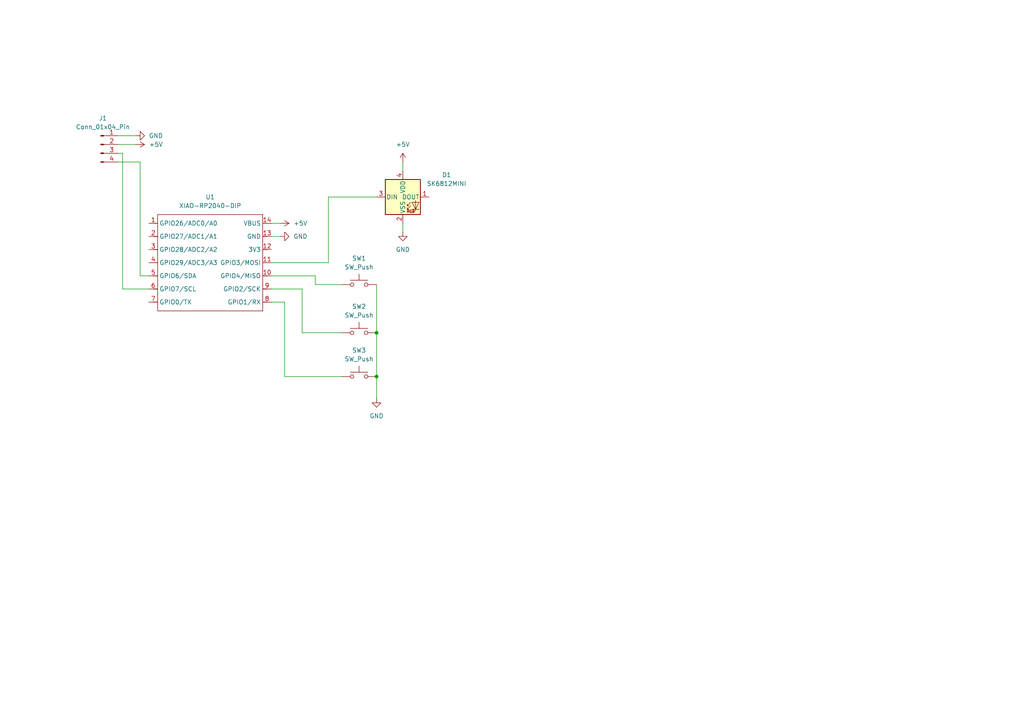
<source format=kicad_sch>
(kicad_sch (version 20250114) (generator "eeschema") (generator_version "9.0")
  (paper "A4")
  (lib_symbols
    (symbol "Connector:Conn_01x04_Pin" (pin_names (offset 1.016) (hide yes))
      (property "Reference" "J" (at 0 5.08 0))
      (property "Value" "Conn_01x04_Pin" (at 0 -7.62 0))
      (symbol "Conn_01x04_Pin_1_1"
        (rectangle (start 0.8636 2.667) (end 0 2.413) (stroke (width 0.1524)) (fill (type outline)))
        (rectangle (start 0.8636 0.127) (end 0 -0.127) (stroke (width 0.1524)) (fill (type outline)))
        (rectangle (start 0.8636 -2.413) (end 0 -2.667) (stroke (width 0.1524)) (fill (type outline)))
        (rectangle (start 0.8636 -4.953) (end 0 -5.207) (stroke (width 0.1524)) (fill (type outline)))
        (polyline (pts (xy 1.27 2.54) (xy 0.8636 2.54)) (stroke (width 0.1524)))
        (polyline (pts (xy 1.27 0) (xy 0.8636 0)) (stroke (width 0.1524)))
        (polyline (pts (xy 1.27 -2.54) (xy 0.8636 -2.54)) (stroke (width 0.1524)))
        (polyline (pts (xy 1.27 -5.08) (xy 0.8636 -5.08)) (stroke (width 0.1524)))
        (pin passive line (at 5.08 2.54 180) (length 3.81) (name "Pin_1") (number "1"))
        (pin passive line (at 5.08 0 180) (length 3.81) (name "Pin_2") (number "2"))
        (pin passive line (at 5.08 -2.54 180) (length 3.81) (name "Pin_3") (number "3"))
        (pin passive line (at 5.08 -5.08 180) (length 3.81) (name "Pin_4") (number "4"))
      )
    )
    (symbol "LED:SK6812MINI" (pin_names (offset 0.254))
      (property "Reference" "D" (at 5.08 5.715 0))
      (property "Value" "SK6812MINI" (at 1.27 -5.715 0))
      (symbol "SK6812MINI_0_0"
        (text "RGB" (at 2.286 -4.191 0) (effects (font (size 0.762 0.762))))
      )
      (symbol "SK6812MINI_0_1"
        (polyline (pts (xy 1.27 -2.54) (xy 1.778 -2.54)))
        (polyline (pts (xy 1.27 -3.556) (xy 1.778 -3.556)))
        (polyline (pts (xy 2.286 -1.524) (xy 1.27 -2.54) (xy 1.27 -2.032)))
        (polyline (pts (xy 2.286 -2.54) (xy 1.27 -3.556) (xy 1.27 -3.048)))
        (polyline (pts (xy 3.683 -1.016) (xy 3.683 -3.556) (xy 3.683 -4.064)))
        (polyline (pts (xy 4.699 -1.524) (xy 2.667 -1.524) (xy 3.683 -3.556) (xy 4.699 -1.524)))
        (polyline (pts (xy 4.699 -3.556) (xy 2.667 -3.556)))
        (rectangle (start 5.08 5.08) (end -5.08 -5.08) (stroke (width 0.254)) (fill (type background)))
      )
      (symbol "SK6812MINI_1_1"
        (pin input line (at -7.62 0 0) (length 2.54) (name "DIN") (number "3"))
        (pin power_in line (at 0 7.62 270) (length 2.54) (name "VDD") (number "4"))
        (pin power_in line (at 0 -7.62 90) (length 2.54) (name "VSS") (number "2"))
        (pin output line (at 7.62 0 180) (length 2.54) (name "DOUT") (number "1"))
      )
    )
    (symbol "Seeed_Studio_XIAO_Series:XIAO-RP2040-DIP"
      (property "Reference" "U" (at 0 0 0))
      (property "Value" "XIAO-RP2040-DIP" (at 5.334 -1.778 0))
      (symbol "XIAO-RP2040-DIP_1_0"
        (polyline (pts (xy -1.27 -2.54) (xy 29.21 -2.54)) (stroke (width 0.1524)))
        (polyline (pts (xy -1.27 -5.08) (xy -2.54 -5.08)) (stroke (width 0.1524)))
        (polyline (pts (xy -1.27 -5.08) (xy -1.27 -2.54)) (stroke (width 0.1524)))
        (polyline (pts (xy -1.27 -8.89) (xy -2.54 -8.89)) (stroke (width 0.1524)))
        (polyline (pts (xy -1.27 -8.89) (xy -1.27 -5.08)) (stroke (width 0.1524)))
        (polyline (pts (xy -1.27 -12.7) (xy -2.54 -12.7)) (stroke (width 0.1524)))
        (polyline (pts (xy -1.27 -12.7) (xy -1.27 -8.89)) (stroke (width 0.1524)))
        (polyline (pts (xy -1.27 -16.51) (xy -2.54 -16.51)) (stroke (width 0.1524)))
        (polyline (pts (xy -1.27 -16.51) (xy -1.27 -12.7)) (stroke (width 0.1524)))
        (polyline (pts (xy -1.27 -20.32) (xy -2.54 -20.32)) (stroke (width 0.1524)))
        (polyline (pts (xy -1.27 -24.13) (xy -2.54 -24.13)) (stroke (width 0.1524)))
        (polyline (pts (xy -1.27 -27.94) (xy -2.54 -27.94)) (stroke (width 0.1524)))
        (polyline (pts (xy -1.27 -30.48) (xy -1.27 -16.51)) (stroke (width 0.1524)))
        (polyline (pts (xy 29.21 -2.54) (xy 29.21 -5.08)) (stroke (width 0.1524)))
        (polyline (pts (xy 29.21 -5.08) (xy 29.21 -8.89)) (stroke (width 0.1524)))
        (polyline (pts (xy 29.21 -8.89) (xy 29.21 -12.7)) (stroke (width 0.1524)))
        (polyline (pts (xy 29.21 -12.7) (xy 29.21 -30.48)) (stroke (width 0.1524)))
        (polyline (pts (xy 29.21 -30.48) (xy -1.27 -30.48)) (stroke (width 0.1524)))
        (polyline (pts (xy 30.48 -5.08) (xy 29.21 -5.08)) (stroke (width 0.1524)))
        (polyline (pts (xy 30.48 -8.89) (xy 29.21 -8.89)) (stroke (width 0.1524)))
        (polyline (pts (xy 30.48 -12.7) (xy 29.21 -12.7)) (stroke (width 0.1524)))
        (polyline (pts (xy 30.48 -16.51) (xy 29.21 -16.51)) (stroke (width 0.1524)))
        (polyline (pts (xy 30.48 -20.32) (xy 29.21 -20.32)) (stroke (width 0.1524)))
        (polyline (pts (xy 30.48 -24.13) (xy 29.21 -24.13)) (stroke (width 0.1524)))
        (polyline (pts (xy 30.48 -27.94) (xy 29.21 -27.94)) (stroke (width 0.1524)))
        (pin passive line (at -3.81 -5.08 0) (length 2.54) (name "GPIO26/ADC0/A0") (number "1"))
        (pin passive line (at -3.81 -8.89 0) (length 2.54) (name "GPIO27/ADC1/A1") (number "2"))
        (pin passive line (at -3.81 -12.7 0) (length 2.54) (name "GPIO28/ADC2/A2") (number "3"))
        (pin passive line (at -3.81 -16.51 0) (length 2.54) (name "GPIO29/ADC3/A3") (number "4"))
        (pin passive line (at -3.81 -20.32 0) (length 2.54) (name "GPIO6/SDA") (number "5"))
        (pin passive line (at -3.81 -24.13 0) (length 2.54) (name "GPIO7/SCL") (number "6"))
        (pin passive line (at -3.81 -27.94 0) (length 2.54) (name "GPIO0/TX") (number "7"))
        (pin passive line (at 31.75 -5.08 180) (length 2.54) (name "VBUS") (number "14"))
        (pin passive line (at 31.75 -8.89 180) (length 2.54) (name "GND") (number "13"))
        (pin passive line (at 31.75 -12.7 180) (length 2.54) (name "3V3") (number "12"))
        (pin passive line (at 31.75 -16.51 180) (length 2.54) (name "GPIO3/MOSI") (number "11"))
        (pin passive line (at 31.75 -20.32 180) (length 2.54) (name "GPIO4/MISO") (number "10"))
        (pin passive line (at 31.75 -24.13 180) (length 2.54) (name "GPIO2/SCK") (number "9"))
        (pin passive line (at 31.75 -27.94 180) (length 2.54) (name "GPIO1/RX") (number "8"))
      )
    )
    (symbol "Switch:SW_Push" (pin_numbers (hide yes)) (pin_names (offset 1.016) (hide yes))
      (property "Reference" "SW" (at 1.27 2.54 0))
      (property "Value" "SW_Push" (at 0 -1.524 0))
      (symbol "SW_Push_0_1"
        (circle (center -2.032 0) (radius 0.508))
        (polyline (pts (xy 0 1.27) (xy 0 3.048)))
        (circle (center 2.032 0) (radius 0.508))
        (polyline (pts (xy 2.54 1.27) (xy -2.54 1.27)))
        (pin passive line (at -5.08 0 0) (length 2.54) (name "1") (number "1"))
        (pin passive line (at 5.08 0 180) (length 2.54) (name "2") (number "2"))
      )
    )
    (symbol "power:+5V" (power) (pin_numbers (hide yes)) (pin_names (offset 0) (hide yes))
      (property "Value" "+5V" (at 0 3.556 0))
      (symbol "+5V_0_1"
        (polyline (pts (xy -0.762 1.27) (xy 0 2.54)))
        (polyline (pts (xy 0 2.54) (xy 0.762 1.27)))
        (polyline (pts (xy 0 0) (xy 0 2.54)))
      )
      (symbol "+5V_1_1"
        (pin power_in line (at 0 0 90) (length 0) (name "~") (number "1"))
      )
    )
    (symbol "power:GND" (power) (pin_numbers (hide yes)) (pin_names (offset 0) (hide yes))
      (property "Value" "GND" (at 0 -3.81 0))
      (symbol "GND_0_1"
        (polyline (pts (xy 0 0) (xy 0 -1.27) (xy 1.27 -1.27) (xy 0 -2.54) (xy -1.27 -1.27) (xy 0 -1.27)))
      )
      (symbol "GND_1_1"
        (pin power_in line (at 0 0 270) (length 0) (name "~") (number "1"))
      )
    )
  )
  (junction (at 109.22 96.52))
  (junction (at 109.22 109.22))
  (wire (pts (xy 40.64 80.01) (xy 43.18 80.01)))
  (wire (pts (xy 78.74 64.77) (xy 81.28 64.77)))
  (wire (pts (xy 116.84 46.99) (xy 116.84 49.53)))
  (wire (pts (xy 34.29 44.45) (xy 35.56 44.45)))
  (wire (pts (xy 91.44 80.01) (xy 78.74 80.01)))
  (wire (pts (xy 35.56 44.45) (xy 35.56 83.82)))
  (wire (pts (xy 87.63 96.52) (xy 87.63 83.82)))
  (wire (pts (xy 34.29 41.91) (xy 39.37 41.91)))
  (wire (pts (xy 109.22 96.52) (xy 109.22 109.22)))
  (wire (pts (xy 109.22 82.55) (xy 109.22 96.52)))
  (wire (pts (xy 82.55 109.22) (xy 82.55 87.63)))
  (wire (pts (xy 78.74 87.63) (xy 82.55 87.63)))
  (wire (pts (xy 99.06 96.52) (xy 87.63 96.52)))
  (wire (pts (xy 34.29 46.99) (xy 40.64 46.99)))
  (wire (pts (xy 99.06 109.22) (xy 82.55 109.22)))
  (wire (pts (xy 87.63 83.82) (xy 78.74 83.82)))
  (wire (pts (xy 40.64 46.99) (xy 40.64 80.01)))
  (wire (pts (xy 116.84 64.77) (xy 116.84 67.31)))
  (wire (pts (xy 78.74 76.2) (xy 95.25 76.2)))
  (wire (pts (xy 81.28 68.58) (xy 78.74 68.58)))
  (wire (pts (xy 95.25 57.15) (xy 109.22 57.15)))
  (wire (pts (xy 91.44 82.55) (xy 91.44 80.01)))
  (wire (pts (xy 91.44 82.55) (xy 99.06 82.55)))
  (wire (pts (xy 35.56 83.82) (xy 43.18 83.82)))
  (wire (pts (xy 34.29 39.37) (xy 39.37 39.37)))
  (wire (pts (xy 95.25 76.2) (xy 95.25 57.15)))
  (wire (pts (xy 109.22 109.22) (xy 109.22 115.57)))
  (symbol (lib_id "power:+5V") (at 116.84 46.99 0) (unit 1)
    (property "Reference" "#PWR04" (effects (hide yes)))
    (property "Value" "+5V" (at 116.84 41.91 0))
    (property "Description" "Power symbol creates a global label with name \"+5V\"" (effects (hide yes)))
  )
  (symbol (lib_id "power:+5V") (at 81.28 64.77 270) (unit 1)
    (property "Reference" "#PWR02" (effects (hide yes)))
    (property "Value" "+5V" (at 85.09 64.7699 90) (effects (justify left)))
    (property "Description" "Power symbol creates a global label with name \"+5V\"" (effects (hide yes)))
  )
  (symbol (lib_id "Connector:Conn_01x04_Pin") (at 29.21 41.91 0) (unit 1)
    (property "Reference" "J1" (at 29.845 34.29 0))
    (property "Value" "Conn_01x04_Pin" (at 29.845 36.83 0))
    (property "Footprint" "KiCad-SSD1306-0.91-OLED-4pin-128x32.pretty-master:SSD1306-0.91-OLED-4pin-128x32" (effects (hide yes)))
    (property "Description" "Generic connector, single row, 01x04, script generated" (effects (hide yes)))
  )
  (symbol (lib_id "power:GND") (at 39.37 39.37 90) (unit 1)
    (property "Reference" "#PWR06" (effects (hide yes)))
    (property "Value" "GND" (at 43.18 39.3699 90) (effects (justify right)))
    (property "Description" "Power symbol creates a global label with name \"GND\" , ground" (effects (hide yes)))
  )
  (symbol (lib_id "Switch:SW_Push") (at 104.14 82.55 0) (unit 1)
    (property "Reference" "SW1" (at 104.14 74.93 0))
    (property "Value" "SW_Push" (at 104.14 77.47 0))
    (property "Footprint" "Button_Switch_Keyboard:SW_Cherry_MX_1.00u_PCB" (effects (hide yes)))
    (property "Description" "Push button switch, generic, two pins" (effects (hide yes)))
  )
  (symbol (lib_id "Switch:SW_Push") (at 104.14 96.52 0) (unit 1)
    (property "Reference" "SW2" (at 104.14 88.9 0))
    (property "Value" "SW_Push" (at 104.14 91.44 0))
    (property "Footprint" "Button_Switch_Keyboard:SW_Cherry_MX_1.00u_PCB" (effects (hide yes)))
    (property "Description" "Push button switch, generic, two pins" (effects (hide yes)))
  )
  (symbol (lib_id "LED:SK6812MINI") (at 116.84 57.15 0) (unit 1)
    (property "Reference" "D1" (at 129.54 50.7298 0))
    (property "Value" "SK6812MINI" (at 129.54 53.2698 0))
    (property "Footprint" "LED_SMD:LED_SK6812MINI_PLCC4_3.5x3.5mm_P1.75mm" (effects (hide yes)))
    (property "Datasheet" "https://cdn-shop.adafruit.com/product-files/2686/SK6812MINI_REV.01-1-2.pdf" (effects (hide yes)))
    (property "Description" "RGB LED with integrated controller" (effects (hide yes)))
  )
  (symbol (lib_id "power:+5V") (at 39.37 41.91 270) (unit 1)
    (property "Reference" "#PWR07" (effects (hide yes)))
    (property "Value" "+5V" (at 43.18 41.9099 90) (effects (justify left)))
    (property "Description" "Power symbol creates a global label with name \"+5V\"" (effects (hide yes)))
  )
  (symbol (lib_id "power:GND") (at 116.84 67.31 0) (unit 1)
    (property "Reference" "#PWR05" (effects (hide yes)))
    (property "Value" "GND" (at 116.84 72.39 0))
    (property "Description" "Power symbol creates a global label with name \"GND\" , ground" (effects (hide yes)))
  )
  (symbol (lib_id "power:GND") (at 109.22 115.57 0) (unit 1)
    (property "Reference" "#PWR03" (effects (hide yes)))
    (property "Value" "GND" (at 109.22 120.65 0))
    (property "Description" "Power symbol creates a global label with name \"GND\" , ground" (effects (hide yes)))
  )
  (symbol (lib_id "power:GND") (at 81.28 68.58 90) (unit 1)
    (property "Reference" "#PWR01" (effects (hide yes)))
    (property "Value" "GND" (at 85.09 68.5799 90) (effects (justify right)))
    (property "Description" "Power symbol creates a global label with name \"GND\" , ground" (effects (hide yes)))
  )
  (symbol (lib_id "Seeed_Studio_XIAO_Series:XIAO-RP2040-DIP") (at 46.99 59.69 0) (unit 1)
    (property "Reference" "U1" (at 60.96 57.15 0))
    (property "Value" "XIAO-RP2040-DIP" (at 60.96 59.69 0))
    (property "Footprint" "Seeed Studio XIAO Series Library:XIAO-RP2040-DIP" (effects (hide yes)))
  )
  (symbol (lib_id "Switch:SW_Push") (at 104.14 109.22 0) (unit 1)
    (property "Reference" "SW3" (at 104.14 101.6 0))
    (property "Value" "SW_Push" (at 104.14 104.14 0))
    (property "Footprint" "Button_Switch_Keyboard:SW_Cherry_MX_1.00u_PCB" (effects (hide yes)))
    (property "Description" "Push button switch, generic, two pins" (effects (hide yes)))
  )
)
</source>
